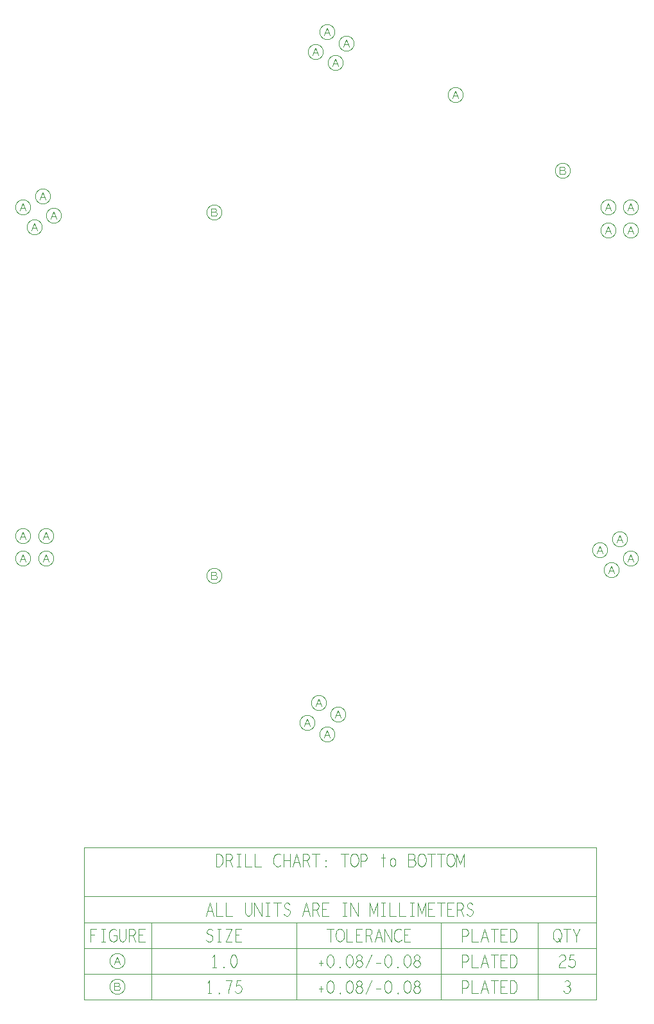
<source format=gbr>
G04 ================== begin FILE IDENTIFICATION RECORD ==================*
G04 Layout Name:  H:/JJL/PROJ/GS-Respeaker-Adapter/DESIGN/Adapter-Rev01.brd*
G04 Film Name:    SixMicAdapter-DC_1-2-20200424*
G04 File Format:  Gerber RS274X*
G04 File Origin:  Cadence Allegro 16.6-2015-S108*
G04 Origin Date:  Fri Apr 24 13:42:39 2020*
G04 *
G04 Layer:  MANUFACTURING/NCLEGEND-1-2*
G04 Layer:  MANUFACTURING/NCLEGEND-1-6*
G04 Layer:  MANUFACTURING/NPTH_FILM*
G04 Layer:  MANUFACTURING/ALL_FILM*
G04 *
G04 Offset:    (0.0000 0.0000)*
G04 Mirror:    No*
G04 Mode:      Positive*
G04 Rotation:  0*
G04 FullContactRelief:  No*
G04 UndefLineWidth:     0.0010*
G04 ================== end FILE IDENTIFICATION RECORD ====================*
%FSLAX35Y35*MOMM*%
%IR0*IPPOS*OFA0.00000B0.00000*MIA0B0*SFA1.00000B1.00000*%
%AMMACRO10*
1,1,.001,1.,0.0*
20,1,.001,1.,0.0,.984808,-.173648,0.0*
1,1,.001,.984808,-.173648*
20,1,.001,.984808,-.173648,.939693,-.34202,0.0*
1,1,.001,.939693,-.34202*
20,1,.001,.939693,-.34202,.866025,-.5,0.0*
1,1,.001,.866025,-.5*
20,1,.001,.866025,-.5,.766044,-.642788,0.0*
1,1,.001,.766044,-.642788*
20,1,.001,.766044,-.642788,.642788,-.766044,0.0*
1,1,.001,.642788,-.766044*
20,1,.001,.642788,-.766044,.5,-.866025,0.0*
1,1,.001,.5,-.866025*
20,1,.001,.5,-.866025,.34202,-.939693,0.0*
1,1,.001,.34202,-.939693*
20,1,.001,.34202,-.939693,.173648,-.984808,0.0*
1,1,.001,.173648,-.984808*
20,1,.001,.173648,-.984808,0.0,-1.,0.0*
1,1,.001,0.0,-1.*
20,1,.001,0.0,-1.,-.173648,-.984808,0.0*
1,1,.001,-.173648,-.984808*
20,1,.001,-.173648,-.984808,-.34202,-.939693,0.0*
1,1,.001,-.34202,-.939693*
20,1,.001,-.34202,-.939693,-.5,-.866025,0.0*
1,1,.001,-.5,-.866025*
20,1,.001,-.5,-.866025,-.642788,-.766044,0.0*
1,1,.001,-.642788,-.766044*
20,1,.001,-.642788,-.766044,-.766044,-.642788,0.0*
1,1,.001,-.766044,-.642788*
20,1,.001,-.766044,-.642788,-.866025,-.5,0.0*
1,1,.001,-.866025,-.5*
20,1,.001,-.866025,-.5,-.939693,-.34202,0.0*
1,1,.001,-.939693,-.34202*
20,1,.001,-.939693,-.34202,-.984808,-.173648,0.0*
1,1,.001,-.984808,-.173648*
20,1,.001,-.984808,-.173648,-1.,0.0,0.0*
1,1,.001,-1.,0.0*
20,1,.001,-1.,0.0,-.984808,.173648,0.0*
1,1,.001,-.984808,.173648*
20,1,.001,-.984808,.173648,-.939693,.34202,0.0*
1,1,.001,-.939693,.34202*
20,1,.001,-.939693,.34202,-.866025,.5,0.0*
1,1,.001,-.866025,.5*
20,1,.001,-.866025,.5,-.766044,.642788,0.0*
1,1,.001,-.766044,.642788*
20,1,.001,-.766044,.642788,-.642788,.766044,0.0*
1,1,.001,-.642788,.766044*
20,1,.001,-.642788,.766044,-.5,.866025,0.0*
1,1,.001,-.5,.866025*
20,1,.001,-.5,.866025,-.34202,.939693,0.0*
1,1,.001,-.34202,.939693*
20,1,.001,-.34202,.939693,-.173648,.984808,0.0*
1,1,.001,-.173648,.984808*
20,1,.001,-.173648,.984808,0.0,1.,0.0*
1,1,.001,0.0,1.*
20,1,.001,0.0,1.,.173648,.984808,0.0*
1,1,.001,.173648,.984808*
20,1,.001,.173648,.984808,.34202,.939693,0.0*
1,1,.001,.34202,.939693*
20,1,.001,.34202,.939693,.5,.866025,0.0*
1,1,.001,.5,.866025*
20,1,.001,.5,.866025,.642788,.766044,0.0*
1,1,.001,.642788,.766044*
20,1,.001,.642788,.766044,.766044,.642788,0.0*
1,1,.001,.766044,.642788*
20,1,.001,.766044,.642788,.866025,.5,0.0*
1,1,.001,.866025,.5*
20,1,.001,.866025,.5,.939693,.34202,0.0*
1,1,.001,.939693,.34202*
20,1,.001,.939693,.34202,.984808,.173648,0.0*
1,1,.001,.984808,.173648*
20,1,.001,.984808,.173648,1.,0.0,0.0*
1,1,.001,1.,0.0*
1,1,.001,-.4167,-.5*
20,1,.001,-.4167,-.5,0.0,.5,0.0*
1,1,.001,0.0,.5*
20,1,.001,0.0,.5,.4167,-.5,0.0*
1,1,.001,.4167,-.5*
1,1,.001,.2667,-.15*
20,1,.001,.2667,-.15,-.2667,-.15,0.0*
1,1,.001,-.2667,-.15*
%
%ADD10MACRO10*%
%AMMACRO11*
1,1,.001,1.,0.0*
20,1,.001,1.,0.0,.984808,-.173648,0.0*
1,1,.001,.984808,-.173648*
20,1,.001,.984808,-.173648,.939693,-.34202,0.0*
1,1,.001,.939693,-.34202*
20,1,.001,.939693,-.34202,.866025,-.5,0.0*
1,1,.001,.866025,-.5*
20,1,.001,.866025,-.5,.766044,-.642788,0.0*
1,1,.001,.766044,-.642788*
20,1,.001,.766044,-.642788,.642788,-.766044,0.0*
1,1,.001,.642788,-.766044*
20,1,.001,.642788,-.766044,.5,-.866025,0.0*
1,1,.001,.5,-.866025*
20,1,.001,.5,-.866025,.34202,-.939693,0.0*
1,1,.001,.34202,-.939693*
20,1,.001,.34202,-.939693,.173648,-.984808,0.0*
1,1,.001,.173648,-.984808*
20,1,.001,.173648,-.984808,0.0,-1.,0.0*
1,1,.001,0.0,-1.*
20,1,.001,0.0,-1.,-.173648,-.984808,0.0*
1,1,.001,-.173648,-.984808*
20,1,.001,-.173648,-.984808,-.34202,-.939693,0.0*
1,1,.001,-.34202,-.939693*
20,1,.001,-.34202,-.939693,-.5,-.866025,0.0*
1,1,.001,-.5,-.866025*
20,1,.001,-.5,-.866025,-.642788,-.766044,0.0*
1,1,.001,-.642788,-.766044*
20,1,.001,-.642788,-.766044,-.766044,-.642788,0.0*
1,1,.001,-.766044,-.642788*
20,1,.001,-.766044,-.642788,-.866025,-.5,0.0*
1,1,.001,-.866025,-.5*
20,1,.001,-.866025,-.5,-.939693,-.34202,0.0*
1,1,.001,-.939693,-.34202*
20,1,.001,-.939693,-.34202,-.984808,-.173648,0.0*
1,1,.001,-.984808,-.173648*
20,1,.001,-.984808,-.173648,-1.,0.0,0.0*
1,1,.001,-1.,0.0*
20,1,.001,-1.,0.0,-.984808,.173648,0.0*
1,1,.001,-.984808,.173648*
20,1,.001,-.984808,.173648,-.939693,.34202,0.0*
1,1,.001,-.939693,.34202*
20,1,.001,-.939693,.34202,-.866025,.5,0.0*
1,1,.001,-.866025,.5*
20,1,.001,-.866025,.5,-.766044,.642788,0.0*
1,1,.001,-.766044,.642788*
20,1,.001,-.766044,.642788,-.642788,.766044,0.0*
1,1,.001,-.642788,.766044*
20,1,.001,-.642788,.766044,-.5,.866025,0.0*
1,1,.001,-.5,.866025*
20,1,.001,-.5,.866025,-.34202,.939693,0.0*
1,1,.001,-.34202,.939693*
20,1,.001,-.34202,.939693,-.173648,.984808,0.0*
1,1,.001,-.173648,.984808*
20,1,.001,-.173648,.984808,0.0,1.,0.0*
1,1,.001,0.0,1.*
20,1,.001,0.0,1.,.173648,.984808,0.0*
1,1,.001,.173648,.984808*
20,1,.001,.173648,.984808,.34202,.939693,0.0*
1,1,.001,.34202,.939693*
20,1,.001,.34202,.939693,.5,.866025,0.0*
1,1,.001,.5,.866025*
20,1,.001,.5,.866025,.642788,.766044,0.0*
1,1,.001,.642788,.766044*
20,1,.001,.642788,.766044,.766044,.642788,0.0*
1,1,.001,.766044,.642788*
20,1,.001,.766044,.642788,.866025,.5,0.0*
1,1,.001,.866025,.5*
20,1,.001,.866025,.5,.939693,.34202,0.0*
1,1,.001,.939693,.34202*
20,1,.001,.939693,.34202,.984808,.173648,0.0*
1,1,.001,.984808,.173648*
20,1,.001,.984808,.173648,1.,0.0,0.0*
1,1,.001,1.,0.0*
1,1,.001,.1333,.0333*
20,1,.001,.1333,.0333,.2,.0833,0.0*
1,1,.001,.2,.0833*
20,1,.001,.2,.0833,.25,.1666,0.0*
1,1,.001,.25,.1666*
20,1,.001,.25,.1666,.2833,.2833,0.0*
1,1,.001,.2833,.2833*
20,1,.001,.2833,.2833,.25,.3833,0.0*
1,1,.001,.25,.3833*
20,1,.001,.25,.3833,.1833,.45,0.0*
1,1,.001,.1833,.45*
20,1,.001,.1833,.45,.0667,.5,0.0*
1,1,.001,.0667,.5*
20,1,.001,.0667,.5,-.3833,.5,0.0*
1,1,.001,-.3833,.5*
20,1,.001,-.3833,.5,-.3833,-.5,0.0*
1,1,.001,-.3833,-.5*
20,1,.001,-.3833,-.5,.1667,-.5,0.0*
1,1,.001,.1667,-.5*
20,1,.001,.1667,-.5,.2833,-.4333,0.0*
1,1,.001,.2833,-.4333*
20,1,.001,.2833,-.4333,.35,-.3333,0.0*
1,1,.001,.35,-.3333*
20,1,.001,.35,-.3333,.3833,-.2167,0.0*
1,1,.001,.3833,-.2167*
20,1,.001,.3833,-.2167,.35,-.1,0.0*
1,1,.001,.35,-.1*
20,1,.001,.35,-.1,.25,0.0,0.0*
1,1,.001,.25,0.0*
20,1,.001,.25,0.0,.1333,.0333,0.0*
1,1,.001,.1333,.0333*
20,1,.001,.1333,.0333,-.3833,.0333,0.0*
1,1,.001,-.3833,.0333*
%
%ADD11MACRO11*%
%ADD12C,.1*%
%ADD13C,.001*%
G75*
%LPD*%
G75*
G54D10*
X-3709700Y-2015000D03*
X-4009700D03*
Y-2315000D03*
X-3709700D03*
X-3859700Y2055190D03*
X-4009700Y2315000D03*
X-3599890Y2205190D03*
X-3749890Y2465000D03*
X-2763000Y-7620000D03*
X0Y-4630000D03*
X-109810Y-4220190D03*
X-259810Y-4480000D03*
X-150000Y4370190D03*
X0Y4630000D03*
X150000Y-4370190D03*
X109810Y4220190D03*
X259810Y4480000D03*
X1700000Y3800000D03*
X3599890Y-2205200D03*
X3749890Y-2465000D03*
X3859700Y-2055200D03*
X4009700Y-2315000D03*
Y2315000D03*
X3709700D03*
Y2015000D03*
X4009700D03*
G54D11*
X-2763000Y-7960000D03*
X-1490000Y-2538340D03*
Y2251660D03*
X3110000Y2801660D03*
G54D12*
G01X-3119130Y-7365000D02*
Y-7195000D01*
X-3041870D01*
G01X-3070330Y-7277160D02*
X-3119130D01*
G01X-2977900Y-7195000D02*
X-2929100D01*
G01X-2953500D02*
Y-7365000D01*
G01X-2977900D02*
X-2929100D01*
G01X-2814300Y-7280000D02*
X-2773630D01*
Y-7331000D01*
X-2785830Y-7348000D01*
X-2800070Y-7359330D01*
X-2820400Y-7365000D01*
X-2840730Y-7359330D01*
X-2854970Y-7348000D01*
X-2867170Y-7331000D01*
X-2875300Y-7311170D01*
X-2879370Y-7288500D01*
Y-7268670D01*
X-2875300Y-7251670D01*
X-2867170Y-7231830D01*
X-2854970Y-7214830D01*
X-2842770Y-7203500D01*
X-2826500Y-7195000D01*
X-2812270D01*
X-2796000Y-7200670D01*
X-2783800Y-7212000D01*
G01X-2744230Y-7195000D02*
Y-7316830D01*
X-2736100Y-7342340D01*
X-2719830Y-7359330D01*
X-2699500Y-7365000D01*
X-2679170Y-7359330D01*
X-2662900Y-7342340D01*
X-2654770Y-7316830D01*
Y-7195000D01*
G01X-2613170Y-7365000D02*
Y-7195000D01*
X-2562330D01*
X-2546070Y-7203500D01*
X-2535900Y-7214830D01*
X-2531830Y-7237500D01*
X-2535900Y-7260170D01*
X-2548100Y-7274330D01*
X-2562330Y-7282840D01*
X-2613170D01*
G01X-2562330D02*
X-2531830Y-7365000D01*
G01X-2404830D02*
X-2486170D01*
Y-7195000D01*
X-2404830D01*
G01X-2437370Y-7277160D02*
X-2486170D01*
G01X-1551500Y-8045000D02*
Y-7875000D01*
X-1575900Y-7909000D01*
G01Y-8045000D02*
X-1527100D01*
G01X-1424500Y-8050670D02*
X-1428570Y-8047830D01*
Y-8042170D01*
X-1424500Y-8039330D01*
X-1420430Y-8042170D01*
Y-8047830D01*
X-1424500Y-8050670D01*
G01X-1301570Y-8045000D02*
X-1297500Y-8008170D01*
X-1291400Y-7977000D01*
X-1283270Y-7948670D01*
X-1273100Y-7917500D01*
X-1256830Y-7875000D01*
X-1338170D01*
G01X-1215230Y-8019510D02*
X-1203040Y-8033670D01*
X-1188800Y-8042170D01*
X-1170500Y-8045000D01*
X-1152200Y-8039330D01*
X-1137970Y-8028000D01*
X-1127800Y-8008170D01*
X-1125770Y-7985500D01*
X-1129830Y-7962840D01*
X-1140000Y-7948670D01*
X-1154230Y-7937340D01*
X-1168470Y-7934500D01*
X-1182700Y-7937340D01*
X-1201000Y-7948670D01*
X-1194900Y-7875000D01*
X-1140000D01*
G01X-1488000Y-7705000D02*
Y-7535000D01*
X-1512400Y-7569000D01*
G01Y-7705000D02*
X-1463600D01*
G01X-1361000Y-7710670D02*
X-1365070Y-7707830D01*
Y-7702170D01*
X-1361000Y-7699330D01*
X-1356930Y-7702170D01*
Y-7707830D01*
X-1361000Y-7710670D01*
G01X-1234000Y-7535000D02*
X-1250270Y-7540670D01*
X-1262470Y-7554830D01*
X-1270600Y-7571830D01*
X-1276700Y-7594500D01*
X-1278730Y-7620000D01*
X-1276700Y-7645500D01*
X-1270600Y-7668170D01*
X-1262470Y-7685170D01*
X-1250270Y-7699330D01*
X-1234000Y-7705000D01*
X-1217730Y-7699330D01*
X-1205530Y-7685170D01*
X-1197400Y-7668170D01*
X-1191300Y-7645500D01*
X-1189270Y-7620000D01*
X-1191300Y-7594500D01*
X-1197400Y-7571830D01*
X-1205530Y-7554830D01*
X-1217730Y-7540670D01*
X-1234000Y-7535000D01*
G01X-1594200Y-7342340D02*
X-1577930Y-7356500D01*
X-1559630Y-7365000D01*
X-1543370D01*
X-1527100Y-7356500D01*
X-1514900Y-7342340D01*
X-1508800Y-7322500D01*
X-1512870Y-7302670D01*
X-1523030Y-7285670D01*
X-1541330Y-7274330D01*
X-1565730Y-7268670D01*
X-1579970Y-7257340D01*
X-1586070Y-7237500D01*
X-1582000Y-7217670D01*
X-1571830Y-7203500D01*
X-1557600Y-7195000D01*
X-1543370D01*
X-1529130Y-7200670D01*
X-1516930Y-7214830D01*
G01X-1448900Y-7195000D02*
X-1400100D01*
G01X-1424500D02*
Y-7365000D01*
G01X-1448900D02*
X-1400100D01*
G01X-1336130Y-7195000D02*
X-1258870D01*
X-1336130Y-7365000D01*
X-1258870D01*
G01X-1129830D02*
X-1211170D01*
Y-7195000D01*
X-1129830D01*
G01X-1162370Y-7277160D02*
X-1211170D01*
G01X-1597340Y-7025000D02*
X-1546500Y-6855000D01*
X-1495660Y-7025000D01*
G01X-1513970Y-6965500D02*
X-1579040D01*
G01X-1460170Y-6855000D02*
Y-7025000D01*
X-1378830D01*
G01X-1333170Y-6855000D02*
Y-7025000D01*
X-1251830D01*
G01X-1083230Y-6855000D02*
Y-6976830D01*
X-1075100Y-7002340D01*
X-1058830Y-7019330D01*
X-1038500Y-7025000D01*
X-1018170Y-7019330D01*
X-1001900Y-7002340D01*
X-993770Y-6976830D01*
Y-6855000D01*
G01X-958270Y-7025000D02*
Y-6855000D01*
X-864730Y-7025000D01*
Y-6855000D01*
G01X-808900D02*
X-760100D01*
G01X-784500D02*
Y-7025000D01*
G01X-808900D02*
X-760100D01*
G01X-657500Y-6855000D02*
Y-7025000D01*
G01X-704270Y-6855000D02*
X-610730D01*
G01X-573200Y-7002340D02*
X-556930Y-7016500D01*
X-538630Y-7025000D01*
X-522370D01*
X-506100Y-7016500D01*
X-493900Y-7002340D01*
X-487800Y-6982500D01*
X-491870Y-6962670D01*
X-502030Y-6945670D01*
X-520330Y-6934330D01*
X-544730Y-6928670D01*
X-558970Y-6917340D01*
X-565070Y-6897500D01*
X-561000Y-6877670D01*
X-550830Y-6863500D01*
X-536600Y-6855000D01*
X-522370D01*
X-508130Y-6860670D01*
X-495930Y-6874830D01*
G01X-327340Y-7025000D02*
X-276500Y-6855000D01*
X-225660Y-7025000D01*
G01X-243970Y-6965500D02*
X-309040D01*
G01X-190170Y-7025000D02*
Y-6855000D01*
X-139330D01*
X-123070Y-6863500D01*
X-112900Y-6874830D01*
X-108830Y-6897500D01*
X-112900Y-6920170D01*
X-125100Y-6934330D01*
X-139330Y-6942840D01*
X-190170D01*
G01X-139330D02*
X-108830Y-7025000D01*
G01X18170D02*
X-63170D01*
Y-6855000D01*
X18170D01*
G01X-14370Y-6937160D02*
X-63170D01*
G01X207100Y-6855000D02*
X255900D01*
G01X231500D02*
Y-7025000D01*
G01X207100D02*
X255900D01*
G01X311730D02*
Y-6855000D01*
X405270Y-7025000D01*
Y-6855000D01*
G01X559630Y-7025000D02*
Y-6855000D01*
X612500Y-6996670D01*
X665370Y-6855000D01*
Y-7025000D01*
G01X715100Y-6855000D02*
X763900D01*
G01X739500D02*
Y-7025000D01*
G01X715100D02*
X763900D01*
G01X825830Y-6855000D02*
Y-7025000D01*
X907170D01*
G01X952830Y-6855000D02*
Y-7025000D01*
X1034170D01*
G01X1096100Y-6855000D02*
X1144900D01*
G01X1120500D02*
Y-7025000D01*
G01X1096100D02*
X1144900D01*
G01X1194630D02*
Y-6855000D01*
X1247500Y-6996670D01*
X1300370Y-6855000D01*
Y-7025000D01*
G01X1415170D02*
X1333830D01*
Y-6855000D01*
X1415170D01*
G01X1382630Y-6937160D02*
X1333830D01*
G01X1501500Y-6855000D02*
Y-7025000D01*
G01X1454730Y-6855000D02*
X1548270D01*
G01X1669170Y-7025000D02*
X1587830D01*
Y-6855000D01*
X1669170D01*
G01X1636630Y-6937160D02*
X1587830D01*
G01X1714830Y-7025000D02*
Y-6855000D01*
X1765670D01*
X1781930Y-6863500D01*
X1792100Y-6874830D01*
X1796170Y-6897500D01*
X1792100Y-6920170D01*
X1779900Y-6934330D01*
X1765670Y-6942840D01*
X1714830D01*
G01X1765670D02*
X1796170Y-7025000D01*
G01X1839800Y-7002340D02*
X1856070Y-7016500D01*
X1874370Y-7025000D01*
X1890630D01*
X1906900Y-7016500D01*
X1919100Y-7002340D01*
X1925200Y-6982500D01*
X1921130Y-6962670D01*
X1910970Y-6945670D01*
X1892670Y-6934330D01*
X1868270Y-6928670D01*
X1854030Y-6917340D01*
X1847930Y-6897500D01*
X1852000Y-6877670D01*
X1862170Y-6863500D01*
X1876400Y-6855000D01*
X1890630D01*
X1904870Y-6860670D01*
X1917070Y-6874830D01*
G01X-1464230Y-6375000D02*
Y-6205000D01*
X-1423570D01*
X-1407300Y-6213500D01*
X-1395100Y-6224830D01*
X-1384930Y-6241830D01*
X-1376800Y-6261670D01*
X-1374770Y-6290000D01*
X-1376800Y-6318340D01*
X-1384930Y-6338170D01*
X-1395100Y-6355170D01*
X-1407300Y-6366500D01*
X-1423570Y-6375000D01*
X-1464230D01*
G01X-1333170D02*
Y-6205000D01*
X-1282330D01*
X-1266070Y-6213500D01*
X-1255900Y-6224830D01*
X-1251830Y-6247500D01*
X-1255900Y-6270170D01*
X-1268100Y-6284330D01*
X-1282330Y-6292840D01*
X-1333170D01*
G01X-1282330D02*
X-1251830Y-6375000D01*
G01X-1189900Y-6205000D02*
X-1141100D01*
G01X-1165500D02*
Y-6375000D01*
G01X-1189900D02*
X-1141100D01*
G01X-1079170Y-6205000D02*
Y-6375000D01*
X-997830D01*
G01X-952170Y-6205000D02*
Y-6375000D01*
X-870830D01*
G01X-612770Y-6219170D02*
X-624970Y-6210670D01*
X-639200Y-6205000D01*
X-655470D01*
X-673770Y-6213500D01*
X-688000Y-6227670D01*
X-698170Y-6244670D01*
X-706300Y-6273000D01*
X-708340Y-6298500D01*
X-704270Y-6324000D01*
X-698170Y-6341000D01*
X-685970Y-6358000D01*
X-671730Y-6369330D01*
X-657500Y-6375000D01*
X-643270D01*
X-629030Y-6369330D01*
X-616830Y-6360840D01*
X-606660Y-6349510D01*
G01X-573200Y-6375000D02*
Y-6205000D01*
G01X-487800D02*
Y-6375000D01*
G01Y-6290000D02*
X-573200D01*
G01X-454340Y-6375000D02*
X-403500Y-6205000D01*
X-352660Y-6375000D01*
G01X-370970Y-6315500D02*
X-436040D01*
G01X-317170Y-6375000D02*
Y-6205000D01*
X-266330D01*
X-250070Y-6213500D01*
X-239900Y-6224830D01*
X-235830Y-6247500D01*
X-239900Y-6270170D01*
X-252100Y-6284330D01*
X-266330Y-6292840D01*
X-317170D01*
G01X-266330D02*
X-235830Y-6375000D01*
G01X-149500Y-6205000D02*
Y-6375000D01*
G01X-196270Y-6205000D02*
X-102730D01*
G01X-22500Y-6380670D02*
X-26570Y-6377830D01*
Y-6372170D01*
X-22500Y-6369330D01*
X-18430Y-6372170D01*
Y-6377830D01*
X-22500Y-6380670D01*
G01Y-6304170D02*
X-26570Y-6301330D01*
Y-6295670D01*
X-22500Y-6292840D01*
X-18430Y-6295670D01*
Y-6301330D01*
X-22500Y-6304170D01*
G01X231500Y-6205000D02*
Y-6375000D01*
G01X184730Y-6205000D02*
X278270D01*
G01X358500Y-6375000D02*
X342230Y-6372170D01*
X328000Y-6360840D01*
X315800Y-6343830D01*
X307660Y-6324000D01*
X303600Y-6301330D01*
Y-6278670D01*
X307660Y-6256000D01*
X315800Y-6236170D01*
X328000Y-6219170D01*
X342230Y-6207830D01*
X358500Y-6205000D01*
X374770Y-6207830D01*
X389000Y-6219170D01*
X401200Y-6236170D01*
X409340Y-6256000D01*
X413400Y-6278670D01*
Y-6301330D01*
X409340Y-6324000D01*
X401200Y-6343830D01*
X389000Y-6360840D01*
X374770Y-6372170D01*
X358500Y-6375000D01*
G01X444830D02*
Y-6205000D01*
X493630D01*
X509900Y-6213500D01*
X522100Y-6233330D01*
X526170Y-6256000D01*
X522100Y-6278670D01*
X511930Y-6295670D01*
X493630Y-6304170D01*
X444830D01*
G01X739500Y-6205000D02*
Y-6375000D01*
G01X711030Y-6261670D02*
X767970D01*
G01X866500Y-6375000D02*
X854300Y-6372170D01*
X842100Y-6360840D01*
X833960Y-6341000D01*
X829900Y-6318340D01*
X833960Y-6295670D01*
X842100Y-6275830D01*
X854300Y-6264500D01*
X866500Y-6261670D01*
X878700Y-6264500D01*
X890900Y-6275830D01*
X899030Y-6295670D01*
X901070Y-6318340D01*
X899030Y-6341000D01*
X890900Y-6360840D01*
X878700Y-6372170D01*
X866500Y-6375000D01*
G01X1136770Y-6284330D02*
X1144900Y-6275830D01*
X1151000Y-6261670D01*
X1155070Y-6241830D01*
X1151000Y-6224830D01*
X1142870Y-6213500D01*
X1128630Y-6205000D01*
X1073730D01*
Y-6375000D01*
X1140830D01*
X1155070Y-6363670D01*
X1163200Y-6346670D01*
X1167270Y-6326830D01*
X1163200Y-6307000D01*
X1151000Y-6290000D01*
X1136770Y-6284330D01*
X1073730D01*
G01X1247500Y-6375000D02*
X1231230Y-6372170D01*
X1217000Y-6360840D01*
X1204800Y-6343830D01*
X1196660Y-6324000D01*
X1192600Y-6301330D01*
Y-6278670D01*
X1196660Y-6256000D01*
X1204800Y-6236170D01*
X1217000Y-6219170D01*
X1231230Y-6207830D01*
X1247500Y-6205000D01*
X1263770Y-6207830D01*
X1278000Y-6219170D01*
X1290200Y-6236170D01*
X1298340Y-6256000D01*
X1302400Y-6278670D01*
Y-6301330D01*
X1298340Y-6324000D01*
X1290200Y-6343830D01*
X1278000Y-6360840D01*
X1263770Y-6372170D01*
X1247500Y-6375000D01*
G01X1374500Y-6205000D02*
Y-6375000D01*
G01X1327730Y-6205000D02*
X1421270D01*
G01X1501500D02*
Y-6375000D01*
G01X1454730Y-6205000D02*
X1548270D01*
G01X1628500Y-6375000D02*
X1612230Y-6372170D01*
X1598000Y-6360840D01*
X1585800Y-6343830D01*
X1577660Y-6324000D01*
X1573600Y-6301330D01*
Y-6278670D01*
X1577660Y-6256000D01*
X1585800Y-6236170D01*
X1598000Y-6219170D01*
X1612230Y-6207830D01*
X1628500Y-6205000D01*
X1644770Y-6207830D01*
X1659000Y-6219170D01*
X1671200Y-6236170D01*
X1679340Y-6256000D01*
X1683400Y-6278670D01*
Y-6301330D01*
X1679340Y-6324000D01*
X1671200Y-6343830D01*
X1659000Y-6360840D01*
X1644770Y-6372170D01*
X1628500Y-6375000D01*
G01X1702630D02*
Y-6205000D01*
X1755500Y-6346670D01*
X1808370Y-6205000D01*
Y-6375000D01*
G01X-108370Y-7988340D02*
X-59570D01*
G01X-86000Y-7951500D02*
Y-8025170D01*
G01X41000Y-7875000D02*
X24730Y-7880670D01*
X12530Y-7894830D01*
X4400Y-7911830D01*
X-1700Y-7934500D01*
X-3730Y-7960000D01*
X-1700Y-7985500D01*
X4400Y-8008170D01*
X12530Y-8025170D01*
X24730Y-8039330D01*
X41000Y-8045000D01*
X57270Y-8039330D01*
X69470Y-8025170D01*
X77600Y-8008170D01*
X83700Y-7985500D01*
X85730Y-7960000D01*
X83700Y-7934500D01*
X77600Y-7911830D01*
X69470Y-7894830D01*
X57270Y-7880670D01*
X41000Y-7875000D01*
G01X168000Y-8050670D02*
X163930Y-8047830D01*
Y-8042170D01*
X168000Y-8039330D01*
X172070Y-8042170D01*
Y-8047830D01*
X168000Y-8050670D01*
G01X295000Y-7875000D02*
X278730Y-7880670D01*
X266530Y-7894830D01*
X258400Y-7911830D01*
X252300Y-7934500D01*
X250270Y-7960000D01*
X252300Y-7985500D01*
X258400Y-8008170D01*
X266530Y-8025170D01*
X278730Y-8039330D01*
X295000Y-8045000D01*
X311270Y-8039330D01*
X323470Y-8025170D01*
X331600Y-8008170D01*
X337700Y-7985500D01*
X339730Y-7960000D01*
X337700Y-7934500D01*
X331600Y-7911830D01*
X323470Y-7894830D01*
X311270Y-7880670D01*
X295000Y-7875000D01*
G01X422000Y-8045000D02*
X436230Y-8042170D01*
X452500Y-8033670D01*
X462670Y-8019510D01*
X466730Y-7999670D01*
X462670Y-7979840D01*
X450470Y-7962840D01*
X432170Y-7954330D01*
X411830D01*
X399630Y-7948670D01*
X389460Y-7934500D01*
X385400Y-7914670D01*
X391500Y-7894830D01*
X405730Y-7880670D01*
X422000Y-7875000D01*
X438270Y-7880670D01*
X452500Y-7894830D01*
X458600Y-7914670D01*
X454530Y-7934500D01*
X444370Y-7948670D01*
X432170Y-7954330D01*
X411830D01*
X393530Y-7962840D01*
X381330Y-7979840D01*
X377270Y-7999670D01*
X381330Y-8019510D01*
X391500Y-8033670D01*
X407770Y-8042170D01*
X422000Y-8045000D01*
G01X512400Y-8050670D02*
X585600Y-7875000D01*
G01X649570Y-7988340D02*
X702430D01*
G01X803000Y-7875000D02*
X786730Y-7880670D01*
X774530Y-7894830D01*
X766400Y-7911830D01*
X760300Y-7934500D01*
X758270Y-7960000D01*
X760300Y-7985500D01*
X766400Y-8008170D01*
X774530Y-8025170D01*
X786730Y-8039330D01*
X803000Y-8045000D01*
X819270Y-8039330D01*
X831470Y-8025170D01*
X839600Y-8008170D01*
X845700Y-7985500D01*
X847730Y-7960000D01*
X845700Y-7934500D01*
X839600Y-7911830D01*
X831470Y-7894830D01*
X819270Y-7880670D01*
X803000Y-7875000D01*
G01X930000Y-8050670D02*
X925930Y-8047830D01*
Y-8042170D01*
X930000Y-8039330D01*
X934070Y-8042170D01*
Y-8047830D01*
X930000Y-8050670D01*
G01X1057000Y-7875000D02*
X1040730Y-7880670D01*
X1028530Y-7894830D01*
X1020400Y-7911830D01*
X1014300Y-7934500D01*
X1012270Y-7960000D01*
X1014300Y-7985500D01*
X1020400Y-8008170D01*
X1028530Y-8025170D01*
X1040730Y-8039330D01*
X1057000Y-8045000D01*
X1073270Y-8039330D01*
X1085470Y-8025170D01*
X1093600Y-8008170D01*
X1099700Y-7985500D01*
X1101730Y-7960000D01*
X1099700Y-7934500D01*
X1093600Y-7911830D01*
X1085470Y-7894830D01*
X1073270Y-7880670D01*
X1057000Y-7875000D01*
G01X1184000Y-8045000D02*
X1198230Y-8042170D01*
X1214500Y-8033670D01*
X1224670Y-8019510D01*
X1228730Y-7999670D01*
X1224670Y-7979840D01*
X1212470Y-7962840D01*
X1194170Y-7954330D01*
X1173830D01*
X1161630Y-7948670D01*
X1151460Y-7934500D01*
X1147400Y-7914670D01*
X1153500Y-7894830D01*
X1167730Y-7880670D01*
X1184000Y-7875000D01*
X1200270Y-7880670D01*
X1214500Y-7894830D01*
X1220600Y-7914670D01*
X1216530Y-7934500D01*
X1206370Y-7948670D01*
X1194170Y-7954330D01*
X1173830D01*
X1155530Y-7962840D01*
X1143330Y-7979840D01*
X1139270Y-7999670D01*
X1143330Y-8019510D01*
X1153500Y-8033670D01*
X1169770Y-8042170D01*
X1184000Y-8045000D01*
G01X-108370Y-7648340D02*
X-59570D01*
G01X-86000Y-7611500D02*
Y-7685170D01*
G01X41000Y-7535000D02*
X24730Y-7540670D01*
X12530Y-7554830D01*
X4400Y-7571830D01*
X-1700Y-7594500D01*
X-3730Y-7620000D01*
X-1700Y-7645500D01*
X4400Y-7668170D01*
X12530Y-7685170D01*
X24730Y-7699330D01*
X41000Y-7705000D01*
X57270Y-7699330D01*
X69470Y-7685170D01*
X77600Y-7668170D01*
X83700Y-7645500D01*
X85730Y-7620000D01*
X83700Y-7594500D01*
X77600Y-7571830D01*
X69470Y-7554830D01*
X57270Y-7540670D01*
X41000Y-7535000D01*
G01X168000Y-7710670D02*
X163930Y-7707830D01*
Y-7702170D01*
X168000Y-7699330D01*
X172070Y-7702170D01*
Y-7707830D01*
X168000Y-7710670D01*
G01X295000Y-7535000D02*
X278730Y-7540670D01*
X266530Y-7554830D01*
X258400Y-7571830D01*
X252300Y-7594500D01*
X250270Y-7620000D01*
X252300Y-7645500D01*
X258400Y-7668170D01*
X266530Y-7685170D01*
X278730Y-7699330D01*
X295000Y-7705000D01*
X311270Y-7699330D01*
X323470Y-7685170D01*
X331600Y-7668170D01*
X337700Y-7645500D01*
X339730Y-7620000D01*
X337700Y-7594500D01*
X331600Y-7571830D01*
X323470Y-7554830D01*
X311270Y-7540670D01*
X295000Y-7535000D01*
G01X422000Y-7705000D02*
X436230Y-7702170D01*
X452500Y-7693670D01*
X462670Y-7679510D01*
X466730Y-7659670D01*
X462670Y-7639840D01*
X450470Y-7622840D01*
X432170Y-7614330D01*
X411830D01*
X399630Y-7608670D01*
X389460Y-7594500D01*
X385400Y-7574670D01*
X391500Y-7554830D01*
X405730Y-7540670D01*
X422000Y-7535000D01*
X438270Y-7540670D01*
X452500Y-7554830D01*
X458600Y-7574670D01*
X454530Y-7594500D01*
X444370Y-7608670D01*
X432170Y-7614330D01*
X411830D01*
X393530Y-7622840D01*
X381330Y-7639840D01*
X377270Y-7659670D01*
X381330Y-7679510D01*
X391500Y-7693670D01*
X407770Y-7702170D01*
X422000Y-7705000D01*
G01X512400Y-7710670D02*
X585600Y-7535000D01*
G01X649570Y-7648340D02*
X702430D01*
G01X803000Y-7535000D02*
X786730Y-7540670D01*
X774530Y-7554830D01*
X766400Y-7571830D01*
X760300Y-7594500D01*
X758270Y-7620000D01*
X760300Y-7645500D01*
X766400Y-7668170D01*
X774530Y-7685170D01*
X786730Y-7699330D01*
X803000Y-7705000D01*
X819270Y-7699330D01*
X831470Y-7685170D01*
X839600Y-7668170D01*
X845700Y-7645500D01*
X847730Y-7620000D01*
X845700Y-7594500D01*
X839600Y-7571830D01*
X831470Y-7554830D01*
X819270Y-7540670D01*
X803000Y-7535000D01*
G01X930000Y-7710670D02*
X925930Y-7707830D01*
Y-7702170D01*
X930000Y-7699330D01*
X934070Y-7702170D01*
Y-7707830D01*
X930000Y-7710670D01*
G01X1057000Y-7535000D02*
X1040730Y-7540670D01*
X1028530Y-7554830D01*
X1020400Y-7571830D01*
X1014300Y-7594500D01*
X1012270Y-7620000D01*
X1014300Y-7645500D01*
X1020400Y-7668170D01*
X1028530Y-7685170D01*
X1040730Y-7699330D01*
X1057000Y-7705000D01*
X1073270Y-7699330D01*
X1085470Y-7685170D01*
X1093600Y-7668170D01*
X1099700Y-7645500D01*
X1101730Y-7620000D01*
X1099700Y-7594500D01*
X1093600Y-7571830D01*
X1085470Y-7554830D01*
X1073270Y-7540670D01*
X1057000Y-7535000D01*
G01X1184000Y-7705000D02*
X1198230Y-7702170D01*
X1214500Y-7693670D01*
X1224670Y-7679510D01*
X1228730Y-7659670D01*
X1224670Y-7639840D01*
X1212470Y-7622840D01*
X1194170Y-7614330D01*
X1173830D01*
X1161630Y-7608670D01*
X1151460Y-7594500D01*
X1147400Y-7574670D01*
X1153500Y-7554830D01*
X1167730Y-7540670D01*
X1184000Y-7535000D01*
X1200270Y-7540670D01*
X1214500Y-7554830D01*
X1220600Y-7574670D01*
X1216530Y-7594500D01*
X1206370Y-7608670D01*
X1194170Y-7614330D01*
X1173830D01*
X1155530Y-7622840D01*
X1143330Y-7639840D01*
X1139270Y-7659670D01*
X1143330Y-7679510D01*
X1153500Y-7693670D01*
X1169770Y-7702170D01*
X1184000Y-7705000D01*
G01X41000Y-7195000D02*
Y-7365000D01*
G01X-5770Y-7195000D02*
X87770D01*
G01X168000Y-7365000D02*
X151730Y-7362170D01*
X137500Y-7350840D01*
X125300Y-7333830D01*
X117160Y-7314000D01*
X113100Y-7291330D01*
Y-7268670D01*
X117160Y-7246000D01*
X125300Y-7226170D01*
X137500Y-7209170D01*
X151730Y-7197830D01*
X168000Y-7195000D01*
X184270Y-7197830D01*
X198500Y-7209170D01*
X210700Y-7226170D01*
X218840Y-7246000D01*
X222900Y-7268670D01*
Y-7291330D01*
X218840Y-7314000D01*
X210700Y-7333830D01*
X198500Y-7350840D01*
X184270Y-7362170D01*
X168000Y-7365000D01*
G01X254330Y-7195000D02*
Y-7365000D01*
X335670D01*
G01X462670D02*
X381330D01*
Y-7195000D01*
X462670D01*
G01X430130Y-7277160D02*
X381330D01*
G01X508330Y-7365000D02*
Y-7195000D01*
X559170D01*
X575430Y-7203500D01*
X585600Y-7214830D01*
X589670Y-7237500D01*
X585600Y-7260170D01*
X573400Y-7274330D01*
X559170Y-7282840D01*
X508330D01*
G01X559170D02*
X589670Y-7365000D01*
G01X625160D02*
X676000Y-7195000D01*
X726840Y-7365000D01*
G01X708530Y-7305500D02*
X643460D01*
G01X756230Y-7365000D02*
Y-7195000D01*
X849770Y-7365000D01*
Y-7195000D01*
G01X974730Y-7209170D02*
X962530Y-7200670D01*
X948300Y-7195000D01*
X932030D01*
X913730Y-7203500D01*
X899500Y-7217670D01*
X889330Y-7234670D01*
X881200Y-7263000D01*
X879160Y-7288500D01*
X883230Y-7314000D01*
X889330Y-7331000D01*
X901530Y-7348000D01*
X915770Y-7359330D01*
X930000Y-7365000D01*
X944230D01*
X958470Y-7359330D01*
X970670Y-7350840D01*
X980840Y-7339510D01*
G01X1097670Y-7365000D02*
X1016330D01*
Y-7195000D01*
X1097670D01*
G01X1065130Y-7277160D02*
X1016330D01*
G01X1783330Y-8045000D02*
Y-7875000D01*
X1832130D01*
X1848400Y-7883500D01*
X1860600Y-7903330D01*
X1864670Y-7926000D01*
X1860600Y-7948670D01*
X1850430Y-7965670D01*
X1832130Y-7974170D01*
X1783330D01*
G01X1910330Y-7875000D02*
Y-8045000D01*
X1991670D01*
G01X2027160D02*
X2078000Y-7875000D01*
X2128840Y-8045000D01*
G01X2110530Y-7985500D02*
X2045460D01*
G01X2205000Y-7875000D02*
Y-8045000D01*
G01X2158230Y-7875000D02*
X2251770D01*
G01X2372670Y-8045000D02*
X2291330D01*
Y-7875000D01*
X2372670D01*
G01X2340130Y-7957160D02*
X2291330D01*
G01X2414270Y-8045000D02*
Y-7875000D01*
X2454930D01*
X2471200Y-7883500D01*
X2483400Y-7894830D01*
X2493570Y-7911830D01*
X2501700Y-7931670D01*
X2503730Y-7960000D01*
X2501700Y-7988340D01*
X2493570Y-8008170D01*
X2483400Y-8025170D01*
X2471200Y-8036500D01*
X2454930Y-8045000D01*
X2414270D01*
G01X1783330Y-7705000D02*
Y-7535000D01*
X1832130D01*
X1848400Y-7543500D01*
X1860600Y-7563330D01*
X1864670Y-7586000D01*
X1860600Y-7608670D01*
X1850430Y-7625670D01*
X1832130Y-7634170D01*
X1783330D01*
G01X1910330Y-7535000D02*
Y-7705000D01*
X1991670D01*
G01X2027160D02*
X2078000Y-7535000D01*
X2128840Y-7705000D01*
G01X2110530Y-7645500D02*
X2045460D01*
G01X2205000Y-7535000D02*
Y-7705000D01*
G01X2158230Y-7535000D02*
X2251770D01*
G01X2372670Y-7705000D02*
X2291330D01*
Y-7535000D01*
X2372670D01*
G01X2340130Y-7617160D02*
X2291330D01*
G01X2414270Y-7705000D02*
Y-7535000D01*
X2454930D01*
X2471200Y-7543500D01*
X2483400Y-7554830D01*
X2493570Y-7571830D01*
X2501700Y-7591670D01*
X2503730Y-7620000D01*
X2501700Y-7648340D01*
X2493570Y-7668170D01*
X2483400Y-7685170D01*
X2471200Y-7696500D01*
X2454930Y-7705000D01*
X2414270D01*
G01X1783330Y-7365000D02*
Y-7195000D01*
X1832130D01*
X1848400Y-7203500D01*
X1860600Y-7223330D01*
X1864670Y-7246000D01*
X1860600Y-7268670D01*
X1850430Y-7285670D01*
X1832130Y-7294170D01*
X1783330D01*
G01X1910330Y-7195000D02*
Y-7365000D01*
X1991670D01*
G01X2027160D02*
X2078000Y-7195000D01*
X2128840Y-7365000D01*
G01X2110530Y-7305500D02*
X2045460D01*
G01X2205000Y-7195000D02*
Y-7365000D01*
G01X2158230Y-7195000D02*
X2251770D01*
G01X2372670Y-7365000D02*
X2291330D01*
Y-7195000D01*
X2372670D01*
G01X2340130Y-7277160D02*
X2291330D01*
G01X2414270Y-7365000D02*
Y-7195000D01*
X2454930D01*
X2471200Y-7203500D01*
X2483400Y-7214830D01*
X2493570Y-7231830D01*
X2501700Y-7251670D01*
X2503730Y-7280000D01*
X2501700Y-7308340D01*
X2493570Y-7328170D01*
X2483400Y-7345170D01*
X2471200Y-7356500D01*
X2454930Y-7365000D01*
X2414270D01*
G01X3117770Y-8011000D02*
X3129960Y-8030840D01*
X3146230Y-8042170D01*
X3164530Y-8045000D01*
X3180800Y-8042170D01*
X3197070Y-8028000D01*
X3207230Y-8011000D01*
X3209270Y-7994000D01*
X3205200Y-7974170D01*
X3190970Y-7960000D01*
X3176730Y-7954330D01*
X3158430D01*
G01X3176730D02*
X3188930Y-7945830D01*
X3199100Y-7931670D01*
X3203170Y-7914670D01*
X3199100Y-7897670D01*
X3188930Y-7883500D01*
X3170630Y-7875000D01*
X3152330Y-7877830D01*
X3134030Y-7889170D01*
G01X3060370Y-7563330D02*
X3072570Y-7546340D01*
X3086800Y-7537830D01*
X3103070Y-7535000D01*
X3123400Y-7540670D01*
X3137630Y-7554830D01*
X3141700Y-7571830D01*
X3139670Y-7588840D01*
X3131530Y-7603000D01*
X3090870Y-7631330D01*
X3072570Y-7651170D01*
X3060370Y-7679510D01*
X3056300Y-7705000D01*
X3141700D01*
G01X3181270Y-7679510D02*
X3193460Y-7693670D01*
X3207700Y-7702170D01*
X3226000Y-7705000D01*
X3244300Y-7699330D01*
X3258530Y-7688000D01*
X3268700Y-7668170D01*
X3270730Y-7645500D01*
X3266670Y-7622840D01*
X3256500Y-7608670D01*
X3242270Y-7597340D01*
X3228030Y-7594500D01*
X3213800Y-7597340D01*
X3195500Y-7608670D01*
X3201600Y-7535000D01*
X3256500D01*
G01X3035500Y-7365000D02*
X3019230Y-7362170D01*
X3005000Y-7350840D01*
X2992800Y-7333830D01*
X2984660Y-7314000D01*
X2980600Y-7291330D01*
Y-7268670D01*
X2984660Y-7246000D01*
X2992800Y-7226170D01*
X3005000Y-7209170D01*
X3019230Y-7197830D01*
X3035500Y-7195000D01*
X3051770Y-7197830D01*
X3066000Y-7209170D01*
X3078200Y-7226170D01*
X3086340Y-7246000D01*
X3090400Y-7268670D01*
Y-7291330D01*
X3086340Y-7314000D01*
X3078200Y-7333830D01*
X3066000Y-7350840D01*
X3051770Y-7362170D01*
X3035500Y-7365000D01*
G01X3051770Y-7319670D02*
X3076170Y-7365000D01*
G01X3162500Y-7195000D02*
Y-7365000D01*
G01X3115730Y-7195000D02*
X3209270D01*
G01X3289500Y-7365000D02*
Y-7288500D01*
X3248830Y-7195000D01*
G01X3330170D02*
X3289500Y-7288500D01*
G54D13*
G01X-3210000Y-7790000D02*
X3546000D01*
G01X-3210000Y-8130000D02*
Y-6120000D01*
X3546000D01*
Y-8130000D01*
X-3210000D01*
G01Y-7450000D02*
X3546000D01*
G01X-3210000Y-7110000D02*
X3546000D01*
G01X-3210000Y-6770000D02*
X3546000D01*
G01X-2316000Y-7110000D02*
Y-8130000D01*
G01X-406000Y-7110000D02*
Y-8130000D01*
G01X1504000Y-7110000D02*
Y-8130000D01*
G01X2779000Y-7110000D02*
Y-8130000D01*
M02*

</source>
